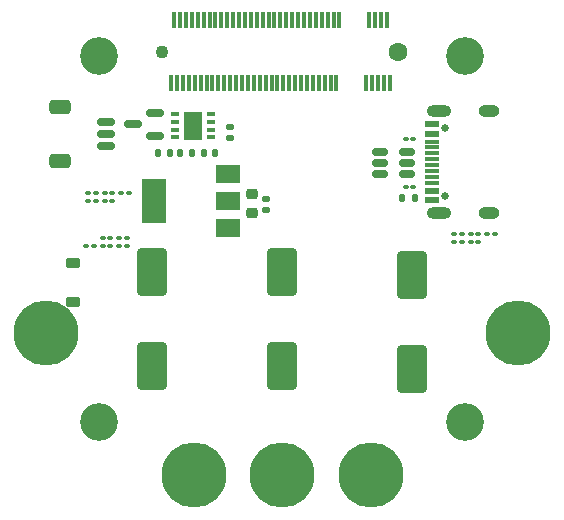
<source format=gbs>
%TF.GenerationSoftware,KiCad,Pcbnew,(7.0.0)*%
%TF.CreationDate,2023-07-15T19:37:13+02:00*%
%TF.ProjectId,Leistungsteil,4c656973-7475-46e6-9773-7465696c2e6b,rev?*%
%TF.SameCoordinates,Original*%
%TF.FileFunction,Soldermask,Bot*%
%TF.FilePolarity,Negative*%
%FSLAX46Y46*%
G04 Gerber Fmt 4.6, Leading zero omitted, Abs format (unit mm)*
G04 Created by KiCad (PCBNEW (7.0.0)) date 2023-07-15 19:37:13*
%MOMM*%
%LPD*%
G01*
G04 APERTURE LIST*
G04 Aperture macros list*
%AMRoundRect*
0 Rectangle with rounded corners*
0 $1 Rounding radius*
0 $2 $3 $4 $5 $6 $7 $8 $9 X,Y pos of 4 corners*
0 Add a 4 corners polygon primitive as box body*
4,1,4,$2,$3,$4,$5,$6,$7,$8,$9,$2,$3,0*
0 Add four circle primitives for the rounded corners*
1,1,$1+$1,$2,$3*
1,1,$1+$1,$4,$5*
1,1,$1+$1,$6,$7*
1,1,$1+$1,$8,$9*
0 Add four rect primitives between the rounded corners*
20,1,$1+$1,$2,$3,$4,$5,0*
20,1,$1+$1,$4,$5,$6,$7,0*
20,1,$1+$1,$6,$7,$8,$9,0*
20,1,$1+$1,$8,$9,$2,$3,0*%
G04 Aperture macros list end*
%ADD10C,5.500000*%
%ADD11C,3.600000*%
%ADD12C,3.200000*%
%ADD13R,1.550000X2.400000*%
%ADD14R,0.650000X0.350000*%
%ADD15RoundRect,0.250000X1.000000X-1.750000X1.000000X1.750000X-1.000000X1.750000X-1.000000X-1.750000X0*%
%ADD16RoundRect,0.100000X0.130000X0.100000X-0.130000X0.100000X-0.130000X-0.100000X0.130000X-0.100000X0*%
%ADD17RoundRect,0.100000X-0.130000X-0.100000X0.130000X-0.100000X0.130000X0.100000X-0.130000X0.100000X0*%
%ADD18RoundRect,0.250000X0.650000X-0.350000X0.650000X0.350000X-0.650000X0.350000X-0.650000X-0.350000X0*%
%ADD19RoundRect,0.150000X0.625000X-0.150000X0.625000X0.150000X-0.625000X0.150000X-0.625000X-0.150000X0*%
%ADD20RoundRect,0.140000X0.170000X-0.140000X0.170000X0.140000X-0.170000X0.140000X-0.170000X-0.140000X0*%
%ADD21R,0.300000X1.375000*%
%ADD22C,1.100000*%
%ADD23C,1.600000*%
%ADD24O,2.100000X1.000000*%
%ADD25O,1.800000X1.000000*%
%ADD26R,1.150000X0.600000*%
%ADD27R,1.150000X0.300000*%
%ADD28C,0.650000*%
%ADD29RoundRect,0.135000X0.135000X0.185000X-0.135000X0.185000X-0.135000X-0.185000X0.135000X-0.185000X0*%
%ADD30RoundRect,0.140000X0.140000X0.170000X-0.140000X0.170000X-0.140000X-0.170000X0.140000X-0.170000X0*%
%ADD31RoundRect,0.150000X0.512500X0.150000X-0.512500X0.150000X-0.512500X-0.150000X0.512500X-0.150000X0*%
%ADD32RoundRect,0.150000X0.587500X0.150000X-0.587500X0.150000X-0.587500X-0.150000X0.587500X-0.150000X0*%
%ADD33RoundRect,0.225000X0.375000X-0.225000X0.375000X0.225000X-0.375000X0.225000X-0.375000X-0.225000X0*%
%ADD34RoundRect,0.140000X-0.170000X0.140000X-0.170000X-0.140000X0.170000X-0.140000X0.170000X0.140000X0*%
%ADD35RoundRect,0.140000X-0.140000X-0.170000X0.140000X-0.170000X0.140000X0.170000X-0.140000X0.170000X0*%
%ADD36R,2.000000X1.500000*%
%ADD37R,2.000000X3.800000*%
%ADD38RoundRect,0.225000X0.250000X-0.225000X0.250000X0.225000X-0.250000X0.225000X-0.250000X-0.225000X0*%
G04 APERTURE END LIST*
D10*
%TO.C,Phase_W1*%
X197500000Y-130000000D03*
D11*
X197500000Y-130000000D03*
%TD*%
D12*
%TO.C,H4*%
X174500000Y-125500000D03*
%TD*%
%TO.C,H2*%
X205500000Y-94500000D03*
%TD*%
%TO.C,H1*%
X174500000Y-94500000D03*
%TD*%
D10*
%TO.C,Positiv1*%
X210000000Y-118000000D03*
D11*
X210000000Y-118000000D03*
%TD*%
D12*
%TO.C,H3*%
X205500000Y-125500000D03*
%TD*%
D10*
%TO.C,Phase_V1*%
X190000000Y-130000000D03*
D11*
X190000000Y-130000000D03*
%TD*%
D10*
%TO.C,Negativ1*%
X170000000Y-118000000D03*
D11*
X170000000Y-118000000D03*
%TD*%
D10*
%TO.C,Phase_U1*%
X182500000Y-130000000D03*
D11*
X182500000Y-130000000D03*
%TD*%
D13*
%TO.C,U3*%
X182449999Y-100424999D03*
D14*
X180899999Y-99449999D03*
X180899999Y-100099999D03*
X180899999Y-100749999D03*
X180899999Y-101399999D03*
X183999999Y-101399999D03*
X183999999Y-100749999D03*
X183999999Y-100099999D03*
X183999999Y-99449999D03*
%TD*%
D15*
%TO.C,C_IN1*%
X190000000Y-112800000D03*
X190000000Y-120800000D03*
%TD*%
D16*
%TO.C,R_sense_W1*%
X207360000Y-109600000D03*
X208000000Y-109600000D03*
%TD*%
%TO.C,R_sense_V1*%
X176360000Y-106100000D03*
X177000000Y-106100000D03*
%TD*%
%TO.C,R_sense_V2*%
X174960000Y-106100000D03*
X175600000Y-106100000D03*
%TD*%
%TO.C,D_sense_W1*%
X205960000Y-110300000D03*
X206600000Y-110300000D03*
%TD*%
D17*
%TO.C,D_sense_U1*%
X175465000Y-109900000D03*
X174825000Y-109900000D03*
%TD*%
D16*
%TO.C,R_sense_W3*%
X204560000Y-109600000D03*
X205200000Y-109600000D03*
%TD*%
D18*
%TO.C,CAN_Con1*%
X171225000Y-98800000D03*
X171225000Y-103400000D03*
D19*
X175100000Y-100100000D03*
X175100000Y-101100000D03*
X175100000Y-102100000D03*
%TD*%
D20*
%TO.C,C_LDO4*%
X188650000Y-106620000D03*
X188650000Y-107580000D03*
%TD*%
D15*
%TO.C,C_IN2*%
X201000000Y-113050000D03*
X201000000Y-121050000D03*
%TD*%
D21*
%TO.C,J1*%
X199099999Y-96799999D03*
X198849999Y-91499999D03*
X198599999Y-96799999D03*
X198349999Y-91499999D03*
X198099999Y-96799999D03*
X197849999Y-91499999D03*
X197599999Y-96799999D03*
X197349999Y-91499999D03*
X197099999Y-96799999D03*
X194849999Y-91499999D03*
X194599999Y-96799999D03*
X194349999Y-91499999D03*
X194099999Y-96799999D03*
X193849999Y-91499999D03*
X193599999Y-96799999D03*
X193349999Y-91499999D03*
X193099999Y-96799999D03*
X192849999Y-91499999D03*
X192599999Y-96799999D03*
X192349999Y-91499999D03*
X192099999Y-96799999D03*
X191849999Y-91499999D03*
X191599999Y-96799999D03*
X191349999Y-91499999D03*
X191099999Y-96799999D03*
X190849999Y-91499999D03*
X190599999Y-96799999D03*
X190349999Y-91499999D03*
X190099999Y-96799999D03*
X189849999Y-91499999D03*
X189599999Y-96799999D03*
X189349999Y-91499999D03*
X189099999Y-96799999D03*
X188849999Y-91499999D03*
X188599999Y-96799999D03*
X188349999Y-91499999D03*
X188099999Y-96799999D03*
X187849999Y-91499999D03*
X187599999Y-96799999D03*
X187349999Y-91499999D03*
X187099999Y-96799999D03*
X186849999Y-91499999D03*
X186599999Y-96799999D03*
X186349999Y-91499999D03*
X186099999Y-96799999D03*
X185849999Y-91499999D03*
X185599999Y-96799999D03*
X185349999Y-91499999D03*
X185099999Y-96799999D03*
X184849999Y-91499999D03*
X184599999Y-96799999D03*
X184349999Y-91499999D03*
X184099999Y-96799999D03*
X183849999Y-91499999D03*
X183599999Y-96799999D03*
X183349999Y-91499999D03*
X183099999Y-96799999D03*
X182849999Y-91499999D03*
X182599999Y-96799999D03*
X182349999Y-91499999D03*
X182099999Y-96799999D03*
X181849999Y-91499999D03*
X181599999Y-96799999D03*
X181349999Y-91499999D03*
X181099999Y-96799999D03*
X180849999Y-91499999D03*
X180599999Y-96799999D03*
D22*
X179850000Y-94150000D03*
D23*
X199850000Y-94150000D03*
%TD*%
D24*
%TO.C,J7*%
X203299999Y-107829999D03*
D25*
X207479999Y-107829999D03*
D24*
X203299999Y-99189999D03*
D25*
X207479999Y-99189999D03*
D26*
X202724999Y-100309999D03*
X202724999Y-101109999D03*
D27*
X202724999Y-101759999D03*
X202724999Y-102759999D03*
X202724999Y-104259999D03*
X202724999Y-105259999D03*
D26*
X202724999Y-105909999D03*
X202724999Y-106709999D03*
X202724999Y-106709999D03*
X202724999Y-105909999D03*
D27*
X202724999Y-104759999D03*
X202724999Y-103759999D03*
X202724999Y-103259999D03*
X202724999Y-102259999D03*
D26*
X202724999Y-101109999D03*
X202724999Y-100309999D03*
D28*
X203800000Y-106400000D03*
X203800000Y-100620000D03*
%TD*%
D16*
%TO.C,R_USB2*%
X200480000Y-101500000D03*
X201120000Y-101500000D03*
%TD*%
D29*
%TO.C,R_USB3*%
X200190000Y-106500000D03*
X201210000Y-106500000D03*
%TD*%
D16*
%TO.C,R_sense_W2*%
X205960000Y-109600000D03*
X206600000Y-109600000D03*
%TD*%
%TO.C,C_sense_V1*%
X173560000Y-106800000D03*
X174200000Y-106800000D03*
%TD*%
%TO.C,C_sense_W1*%
X204560000Y-110300000D03*
X205200000Y-110300000D03*
%TD*%
D30*
%TO.C,C_Reset1*%
X179520000Y-102700000D03*
X180480000Y-102700000D03*
%TD*%
D17*
%TO.C,R_sense_U3*%
X174065000Y-110600000D03*
X173425000Y-110600000D03*
%TD*%
D16*
%TO.C,D_sense_V1*%
X174960000Y-106800000D03*
X175600000Y-106800000D03*
%TD*%
D31*
%TO.C,U2*%
X198325000Y-102600000D03*
X198325000Y-103550000D03*
X198325000Y-104500000D03*
X200600000Y-104500000D03*
X200600000Y-103550000D03*
X200600000Y-102600000D03*
%TD*%
D32*
%TO.C,D2*%
X177362500Y-100300000D03*
X179237500Y-101250000D03*
X179237500Y-99350000D03*
%TD*%
D33*
%TO.C,D_TVS1*%
X172300000Y-112050000D03*
X172300000Y-115350000D03*
%TD*%
D34*
%TO.C,C_Reset2*%
X185600000Y-101480000D03*
X185600000Y-100520000D03*
%TD*%
D17*
%TO.C,R_sense_U1*%
X175465000Y-110600000D03*
X174825000Y-110600000D03*
%TD*%
D35*
%TO.C,C_LDO5*%
X182330000Y-102700000D03*
X181370000Y-102700000D03*
%TD*%
D17*
%TO.C,C_sense_U1*%
X176865000Y-109900000D03*
X176225000Y-109900000D03*
%TD*%
D35*
%TO.C,C_LDO6*%
X184330000Y-102700000D03*
X183370000Y-102700000D03*
%TD*%
D36*
%TO.C,U1*%
X185449999Y-109099999D03*
D37*
X179149999Y-106799999D03*
D36*
X185449999Y-106799999D03*
X185449999Y-104499999D03*
%TD*%
D16*
%TO.C,R_USB1*%
X200480000Y-105600000D03*
X201120000Y-105600000D03*
%TD*%
D15*
%TO.C,C_IN3*%
X179000000Y-112800000D03*
X179000000Y-120800000D03*
%TD*%
D16*
%TO.C,R_sense_V3*%
X173560000Y-106100000D03*
X174200000Y-106100000D03*
%TD*%
D38*
%TO.C,C_LDO3*%
X187450000Y-106225000D03*
X187450000Y-107775000D03*
%TD*%
D17*
%TO.C,R_sense_U2*%
X176865000Y-110600000D03*
X176225000Y-110600000D03*
%TD*%
M02*

</source>
